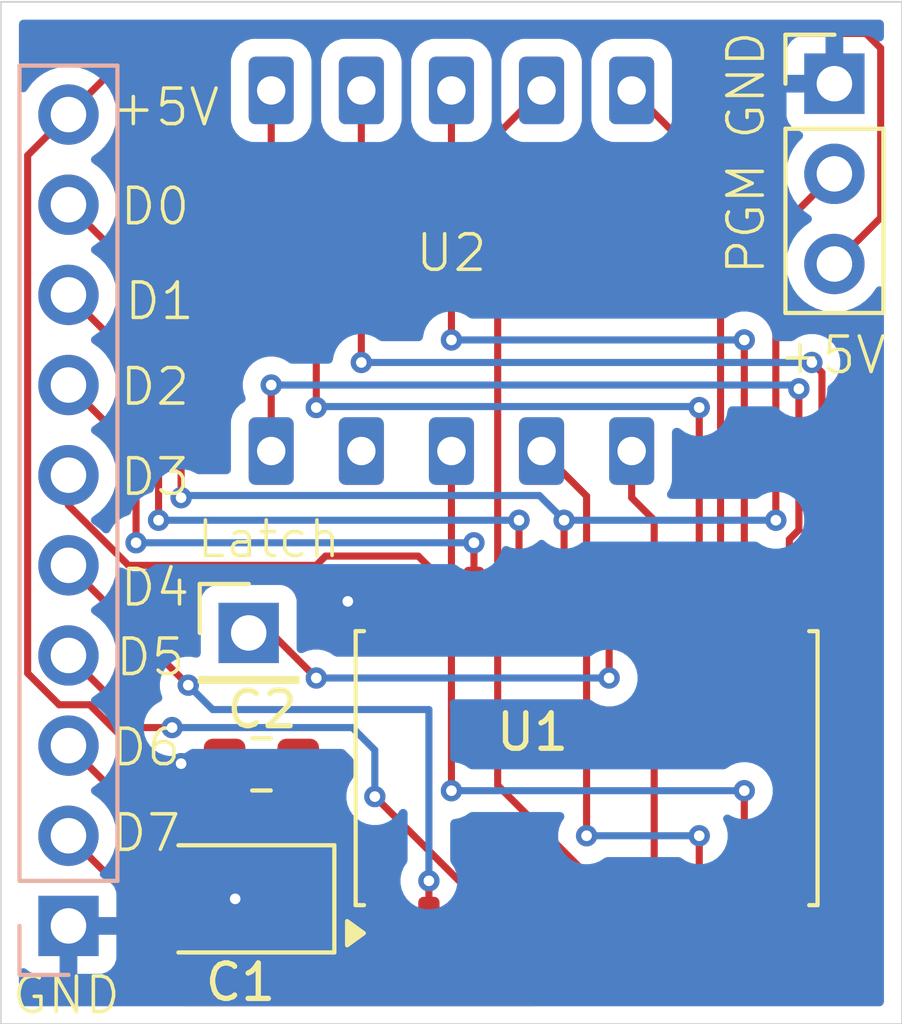
<source format=kicad_pcb>
(kicad_pcb (version 20241229) (generator "pcbnew") (generator_version "9.0")
  (title_block (title "8 bits to 2x 7 segment hex display") (date "2025-10-12") (rev "1.0") (company "ErrorSoft"))
  (layers (0 "F.Cu" signal) (2 "B.Cu" signal) (13 "F.Paste" user) (15 "B.Paste" user) (5 "F.SilkS" user "F.Silkscreen") (7 "B.SilkS" user "B.Silkscreen") (1 "F.Mask" user) (3 "B.Mask" user) (25 "Edge.Cuts" user))
  (net 0 "")
  (net 1 "+5V")
  (net 2 "GND")
  (net 3 "/DS3")
  (net 4 "/DS0")
  (net 5 "/DS2")
  (net 6 "/DS6")
  (net 7 "/DS4")
  (net 8 "/DS8")
  (net 9 "/DS5")
  (net 10 "/DS7")
  (net 11 "/DS1")
  (net 13 "/~{latch}")
  (net 14 "/D0")
  (net 15 "/D7")
  (net 16 "/D1")
  (net 17 "/D4")
  (net 18 "/D6")
  (net 19 "/D2")
  (net 20 "/D3")
  (net 21 "/D5")
  (footprint "Package_SO:SOIC-20W_7.5x12.8mm_P1.27mm" (layer "F.Cu") (at 143.51 100.965 90)
    (property "Reference" "U1" (at 1.016 -1.524 180) (layer "F.SilkS"))
    (property "Value" "ATtiny1616-S")
    (fp_line (start 3.86 -6.51) (end 3.86 -6.275) (stroke (width 0.12)) (layer "F.SilkS"))
    (fp_line (start -3.86 -6.51) (end 3.86 -6.51) (stroke (width 0.12)) (layer "F.SilkS"))
    (fp_line (start -3.86 -6.275) (end -3.86 -6.51) (stroke (width 0.12)) (layer "F.SilkS"))
    (fp_line (start 3.86 6.275) (end 3.86 6.51) (stroke (width 0.12)) (layer "F.SilkS"))
    (fp_line (start 3.86 6.51) (end -3.86 6.51) (stroke (width 0.12)) (layer "F.SilkS"))
    (fp_line (start -3.86 6.51) (end -3.86 6.275) (stroke (width 0.12)) (layer "F.SilkS"))
    (fp_poly (pts (xy -4.65 -6.28) (xy -4.99 -6.75) (xy -4.31 -6.75)) (stroke (width 0.12)) (fill yes) (layer "F.SilkS"))
    (pad "1" smd roundrect (at -4.65 -5.715 90) (size 2.05 0.6) (layers "F.Cu" "F.Mask" "F.Paste") (net 1 "+5V"))
    (pad "2" smd roundrect (at -4.65 -4.445 90) (size 2.05 0.6) (layers "F.Cu" "F.Mask" "F.Paste") (net 17 "/D4"))
    (pad "3" smd roundrect (at -4.65 -3.175 90) (size 2.05 0.6) (layers "F.Cu" "F.Mask" "F.Paste") (net 21 "/D5"))
    (pad "4" smd roundrect (at -4.65 -1.905 90) (size 2.05 0.6) (layers "F.Cu" "F.Mask" "F.Paste") (net 18 "/D6"))
    (pad "5" smd roundrect (at -4.65 -0.635 90) (size 2.05 0.6) (layers "F.Cu" "F.Mask" "F.Paste") (net 15 "/D7"))
    (pad "6" smd roundrect (at -4.65 0.635 90) (size 2.05 0.6) (layers "F.Cu" "F.Mask" "F.Paste") (net 9 "/DS5"))
    (pad "7" smd roundrect (at -4.65 1.905 90) (size 2.05 0.6) (layers "F.Cu" "F.Mask" "F.Paste") (net 7 "/DS4"))
    (pad "8" smd roundrect (at -4.65 3.175 90) (size 2.05 0.6) (layers "F.Cu" "F.Mask" "F.Paste") (net 3 "/DS3"))
    (pad "9" smd roundrect (at -4.65 4.445 90) (size 2.05 0.6) (layers "F.Cu" "F.Mask" "F.Paste") (net 5 "/DS2"))
    (pad "10" smd roundrect (at -4.65 5.715 90) (size 2.05 0.6) (layers "F.Cu" "F.Mask" "F.Paste") (net 11 "/DS1"))
    (pad "11" smd roundrect (at 4.65 5.715 90) (size 2.05 0.6) (layers "F.Cu" "F.Mask" "F.Paste") (net 4 "/DS0"))
    (pad "12" smd roundrect (at 4.65 4.445 90) (size 2.05 0.6) (layers "F.Cu" "F.Mask" "F.Paste") (net 6 "/DS6"))
    (pad "13" smd roundrect (at 4.65 3.175 90) (size 2.05 0.6) (layers "F.Cu" "F.Mask" "F.Paste") (net 10 "/DS7"))
    (pad "14" smd roundrect (at 4.65 1.905 90) (size 2.05 0.6) (layers "F.Cu" "F.Mask" "F.Paste") (net 8 "/DS8"))
    (pad "15" smd roundrect (at 4.65 0.635 90) (size 2.05 0.6) (layers "F.Cu" "F.Mask" "F.Paste") (net 13 "/~{latch}"))
    (pad "16" smd roundrect (at 4.65 -0.635 90) (size 2.05 0.6) (layers "F.Cu" "F.Mask" "F.Paste") (net 14 "/D0"))
    (pad "17" smd roundrect (at 4.65 -1.905 90) (size 2.05 0.6) (layers "F.Cu" "F.Mask" "F.Paste") (net 16 "/D1"))
    (pad "18" smd roundrect (at 4.65 -3.175 90) (size 2.05 0.6) (layers "F.Cu" "F.Mask" "F.Paste") (net 19 "/D2"))
    (pad "19" smd roundrect (at 4.65 -4.445 90) (size 2.05 0.6) (layers "F.Cu" "F.Mask" "F.Paste") (net 20 "/D3"))
    (pad "20" smd roundrect (at 4.65 -5.715 90) (size 2.05 0.6) (layers "F.Cu" "F.Mask" "F.Paste") (net 2 "GND"))
  )
  (footprint "frits:HSN-3621" (layer "F.Cu") (at 139.7 86.95)
    (property "Reference" "U2" (at 0 -0.5 0) (layer "F.SilkS") (effects (font (thickness 0.1))))
    (property "Value" "HSN-3621")
    (pad "1" thru_hole roundrect (at -5.08 5.08 90) (size 1.905 1.27) (drill 0.8) (layers "*.Cu" "*.Mask") (roundrect_rratio 0.15) (net 4 "/DS0"))
    (pad "2" thru_hole roundrect (at -2.54 5.08 90) (size 1.905 1.27) (drill 0.8) (layers "*.Cu" "*.Mask") (roundrect_rratio 0.15))
    (pad "3" thru_hole roundrect (at 0 5.08 90) (size 1.905 1.27) (drill 0.8) (layers "*.Cu" "*.Mask") (roundrect_rratio 0.15) (net 5 "/DS2"))
    (pad "4" thru_hole roundrect (at 2.54 5.08 90) (size 1.905 1.27) (drill 0.8) (layers "*.Cu" "*.Mask") (roundrect_rratio 0.15) (net 3 "/DS3"))
    (pad "5" thru_hole roundrect (at 5.08 5.08 90) (size 1.905 1.27) (drill 0.8) (layers "*.Cu" "*.Mask") (roundrect_rratio 0.15) (net 8 "/DS8"))
    (pad "6" thru_hole roundrect (at 5.08 -5.08 90) (size 1.905 1.27) (drill 0.8) (layers "*.Cu" "*.Mask") (roundrect_rratio 0.15) (net 7 "/DS4"))
    (pad "7" thru_hole roundrect (at 2.54 -5.08 90) (size 1.905 1.27) (drill 0.8) (layers "*.Cu" "*.Mask") (roundrect_rratio 0.15) (net 9 "/DS5"))
    (pad "8" thru_hole roundrect (at 0 -5.08 90) (size 1.905 1.27) (drill 0.8) (layers "*.Cu" "*.Mask") (roundrect_rratio 0.15) (net 6 "/DS6"))
    (pad "9" thru_hole roundrect (at -2.54 -5.08 90) (size 1.905 1.27) (drill 0.8) (layers "*.Cu" "*.Mask") (roundrect_rratio 0.15) (net 11 "/DS1"))
    (pad "10" thru_hole roundrect (at -5.08 -5.08 90) (size 1.905 1.27) (drill 0.8) (layers "*.Cu" "*.Mask") (roundrect_rratio 0.15) (net 10 "/DS7"))
  )
  (footprint "Connector_PinHeader_2.54mm:PinHeader_1x03_P2.54mm_Vertical" (layer "F.Cu") (at 150.495 81.68)
    (property "Reference" "J3" (hide yes))
    (property "Value" "PGM")
    (fp_line (start -1.38 -1.38) (end 0 -1.38) (stroke (width 0.12)) (layer "F.SilkS"))
    (fp_line (start -1.38 0) (end -1.38 -1.38) (stroke (width 0.12)) (layer "F.SilkS"))
    (fp_line (start -1.38 1.27) (end -1.38 6.46) (stroke (width 0.12)) (layer "F.SilkS"))
    (fp_line (start -1.38 1.27) (end 1.38 1.27) (stroke (width 0.12)) (layer "F.SilkS"))
    (fp_line (start -1.38 6.46) (end 1.38 6.46) (stroke (width 0.12)) (layer "F.SilkS"))
    (fp_line (start 1.38 1.27) (end 1.38 6.46) (stroke (width 0.12)) (layer "F.SilkS"))
    (pad "1" thru_hole rect (at 0 0) (size 1.7 1.7) (drill 1) (layers "*.Cu" "*.Mask") (net 2 "GND"))
    (pad "2" thru_hole circle (at 0 2.54) (size 1.7 1.7) (drill 1) (layers "*.Cu" "*.Mask") (net 14 "/D0"))
    (pad "3" thru_hole circle (at 0 5.08) (size 1.7 1.7) (drill 1) (layers "*.Cu" "*.Mask") (net 1 "+5V"))
  )
  (footprint "Capacitor_SMD:C_0805_2012Metric_Pad1.18x1.45mm_HandSolder" (layer "F.Cu") (at 134.3445 100.8595 180)
    (property "Reference" "C2" (at -0.0215 1.5455 0) (layer "F.SilkS"))
    (property "Value" "100nF")
    (fp_line (start -0.261252 0.735) (end 0.261252 0.735) (stroke (width 0.12)) (layer "F.SilkS"))
    (fp_line (start -0.261252 -0.735) (end 0.261252 -0.735) (stroke (width 0.12)) (layer "F.SilkS"))
    (pad "1" smd roundrect (at -1.0375 0 180) (size 1.175 1.45) (layers "F.Cu" "F.Mask" "F.Paste") (roundrect_rratio 0.212766) (net 1 "+5V"))
    (pad "2" smd roundrect (at 1.0375 0 180) (size 1.175 1.45) (layers "F.Cu" "F.Mask" "F.Paste") (roundrect_rratio 0.212766) (net 2 "GND"))
  )
  (footprint "Capacitor_Tantalum_SMD:CP_EIA-3528-12_Kemet-T_HandSolder" (layer "F.Cu") (at 133.7545 104.648 180)
    (property "Reference" "C1" (at 0 -2.35 0) (layer "F.SilkS"))
    (property "Value" "10uF")
    (fp_line (start 1.75 -1.51) (end -2.645 -1.51) (stroke (width 0.12)) (layer "F.SilkS"))
    (fp_line (start -2.645 1.51) (end 1.75 1.51) (stroke (width 0.12)) (layer "F.SilkS"))
    (fp_line (start -2.645 -1.51) (end -2.645 1.51) (stroke (width 0.12)) (layer "F.SilkS"))
    (pad "1" smd roundrect (at -1.6275 0 180) (size 1.515 2.39) (layers "F.Cu" "F.Mask" "F.Paste") (roundrect_rratio 0.165017) (net 1 "+5V"))
    (pad "2" smd roundrect (at 1.6275 0 180) (size 1.515 2.39) (layers "F.Cu" "F.Mask" "F.Paste") (roundrect_rratio 0.165017) (net 2 "GND"))
  )
  (footprint "Connector_PinHeader_2.54mm:PinHeader_1x01_P2.54mm_Vertical" (layer "F.Cu") (at 133.985 97.155)
    (property "Reference" "J1" (hide yes))
    (property "Value" "latch")
    (fp_line (start -1.38 -1.38) (end 0 -1.38) (stroke (width 0.12)) (layer "F.SilkS"))
    (fp_line (start -1.38 0) (end -1.38 -1.38) (stroke (width 0.12)) (layer "F.SilkS"))
    (fp_line (start -1.38 1.27) (end -1.38 1.38) (stroke (width 0.12)) (layer "F.SilkS"))
    (fp_line (start -1.38 1.27) (end 1.38 1.27) (stroke (width 0.12)) (layer "F.SilkS"))
    (fp_line (start -1.38 1.38) (end 1.38 1.38) (stroke (width 0.12)) (layer "F.SilkS"))
    (fp_line (start 1.38 1.27) (end 1.38 1.38) (stroke (width 0.12)) (layer "F.SilkS"))
    (pad "1" thru_hole rect (at 0 0) (size 1.7 1.7) (drill 1) (layers "*.Cu" "*.Mask") (net 13 "/~{latch}"))
  )
  (footprint "Connector_PinHeader_2.54mm:PinHeader_1x10_P2.54mm_Vertical" (layer "B.Cu") (at 128.905 105.41)
    (property "Reference" "J4" (hide yes))
    (property "Value" "bus")
    (fp_line (start -1.38 -24.24) (end 1.38 -24.24) (stroke (width 0.12)) (layer "B.SilkS"))
    (fp_line (start -1.38 -1.27) (end -1.38 -24.24) (stroke (width 0.12)) (layer "B.SilkS"))
    (fp_line (start -1.38 -1.27) (end 1.38 -1.27) (stroke (width 0.12)) (layer "B.SilkS"))
    (fp_line (start -1.38 0) (end -1.38 1.38) (stroke (width 0.12)) (layer "B.SilkS"))
    (fp_line (start -1.38 1.38) (end 0 1.38) (stroke (width 0.12)) (layer "B.SilkS"))
    (fp_line (start 1.38 -1.27) (end 1.38 -24.24) (stroke (width 0.12)) (layer "B.SilkS"))
    (pad "1" thru_hole rect (at 0 0) (size 1.7 1.7) (drill 1) (layers "*.Cu" "*.Mask") (net 2 "GND"))
    (pad "2" thru_hole circle (at 0 -2.54) (size 1.7 1.7) (drill 1) (layers "*.Cu" "*.Mask") (net 15 "/D7"))
    (pad "3" thru_hole circle (at 0 -5.08) (size 1.7 1.7) (drill 1) (layers "*.Cu" "*.Mask") (net 18 "/D6"))
    (pad "4" thru_hole circle (at 0 -7.62) (size 1.7 1.7) (drill 1) (layers "*.Cu" "*.Mask") (net 21 "/D5"))
    (pad "5" thru_hole circle (at 0 -10.16) (size 1.7 1.7) (drill 1) (layers "*.Cu" "*.Mask") (net 17 "/D4"))
    (pad "6" thru_hole circle (at 0 -12.7) (size 1.7 1.7) (drill 1) (layers "*.Cu" "*.Mask") (net 20 "/D3"))
    (pad "7" thru_hole circle (at 0 -15.24) (size 1.7 1.7) (drill 1) (layers "*.Cu" "*.Mask") (net 19 "/D2"))
    (pad "8" thru_hole circle (at 0 -17.78) (size 1.7 1.7) (drill 1) (layers "*.Cu" "*.Mask") (net 16 "/D1"))
    (pad "9" thru_hole circle (at 0 -20.32) (size 1.7 1.7) (drill 1) (layers "*.Cu" "*.Mask") (net 14 "/D0"))
    (pad "10" thru_hole circle (at 0 -22.86) (size 1.7 1.7) (drill 1) (layers "*.Cu" "*.Mask") (net 1 "+5V"))
  )
  (gr_rect (start 127 79.375) (end 152.4 108.175) (stroke (width 0.05)) (fill no) (layer "Edge.Cuts"))
  (gr_text "D4" (at 130.302 96.465 0) (layer "F.SilkS") (effects (font (size 1 1) (thickness 0.1)) (justify left bottom)))
  (gr_text "D0" (at 130.302 85.725 0) (layer "F.SilkS") (effects (font (size 1 1) (thickness 0.1)) (justify left bottom)))
  (gr_text "D2" (at 130.302 90.805 0) (layer "F.SilkS") (effects (font (size 1 1) (thickness 0.1)) (justify left bottom)))
  (gr_text "+5V" (at 148.844 89.916 0) (layer "F.SilkS") (effects (font (size 1 1) (thickness 0.1)) (justify left bottom)))
  (gr_text "D7" (at 130.048 103.378 0) (layer "F.SilkS") (effects (font (size 1 1) (thickness 0.1)) (justify left bottom)))
  (gr_text "Latch" (at 132.461 95.0976 0) (layer "F.SilkS") (effects (font (size 1 1) (thickness 0.1)) (justify left bottom)))
  (gr_text "GND" (at 148.59 83.312 90) (layer "F.SilkS") (effects (font (size 1 1) (thickness 0.1)) (justify left bottom)))
  (gr_text "GND" (at 127.254 107.95 0) (layer "F.SilkS") (effects (font (size 1 1) (thickness 0.1)) (justify left bottom)))
  (gr_text "D5" (at 130.175 98.425 0) (layer "F.SilkS") (effects (font (size 1 1) (thickness 0.1)) (justify left bottom)))
  (gr_text "D1" (at 130.429 88.392 0) (layer "F.SilkS") (effects (font (size 1 1) (thickness 0.1)) (justify left bottom)))
  (gr_text "PGM" (at 148.59 87.122 90) (layer "F.SilkS") (effects (font (size 1 1) (thickness 0.1)) (justify left bottom)))
  (gr_text "+5V" (at 130.048 82.931 0) (layer "F.SilkS") (effects (font (size 1 1) (thickness 0.1)) (justify left bottom)))
  (gr_text "D6" (at 130.048 100.965 0) (layer "F.SilkS") (effects (font (size 1 1) (thickness 0.1)) (justify left bottom)))
  (gr_text "D3" (at 130.302 93.345 0) (layer "F.SilkS") (effects (font (size 1 1) (thickness 0.1)) (justify left bottom)))
  (segment (start 128.905 82.55) (end 127.754 83.701) (width 0.2) (layer "F.Cu") (net 1))
  (segment (start 151.799 85.456) (end 150.495 86.76) (width 0.2) (layer "F.Cu") (net 1))
  (segment (start 128.643 99.179) (end 129.50314 99.179) (width 0.2) (layer "F.Cu") (net 1))
  (segment (start 131.191 80.264) (end 151.384 80.264) (width 0.2) (layer "F.Cu") (net 1))
  (segment (start 132.68614 102.362) (end 135.382 102.362) (width 0.2) (layer "F.Cu") (net 1))
  (segment (start 135.382 102.362) (end 135.382 104.648) (width 0.2) (layer "F.Cu") (net 1))
  (segment (start 151.799 80.679) (end 151.799 85.456) (width 0.2) (layer "F.Cu") (net 1))
  (segment (start 128.905 82.55) (end 131.191 80.264) (width 0.2) (layer "F.Cu") (net 1))
  (segment (start 129.50314 99.179) (end 132.68614 102.362) (width 0.2) (layer "F.Cu") (net 1))
  (segment (start 136.828 104.648) (end 135.382 104.648) (width 0.2) (layer "F.Cu") (net 1))
  (segment (start 135.382 100.8595) (end 135.382 102.362) (width 0.2) (layer "F.Cu") (net 1))
  (segment (start 151.384 80.264) (end 151.799 80.679) (width 0.2) (layer "F.Cu") (net 1))
  (segment (start 137.795 105.615) (end 136.828 104.648) (width 0.2) (layer "F.Cu") (net 1))
  (segment (start 127.754 98.29) (end 128.643 99.179) (width 0.2) (layer "F.Cu") (net 1))
  (segment (start 127.754 83.701) (end 127.754 98.29) (width 0.2) (layer "F.Cu") (net 1))
  (segment (start 137.795 96.315) (end 136.828 96.315) (width 0.2) (layer "F.Cu") (net 2))
  (segment (start 132.127 104.648) (end 133.604 104.648) (width 0.2) (layer "F.Cu") (net 2))
  (segment (start 132.1015 100.8595) (end 132.08 100.838) (width 0.2) (layer "F.Cu") (net 2))
  (segment (start 133.307 100.8595) (end 132.1015 100.8595) (width 0.2) (layer "F.Cu") (net 2))
  (segment (start 136.828 96.315) (end 136.779 96.266) (width 0.2) (layer "F.Cu") (net 2))
  (via (at 132.08 100.838) (size 0.6) (drill 0.3) (layers "F.Cu" "B.Cu") (net 2))
  (via (at 133.604 104.648) (size 0.6) (drill 0.3) (layers "F.Cu" "B.Cu") (net 2))
  (via (at 136.779 96.266) (size 0.6) (drill 0.3) (layers "F.Cu" "B.Cu") (net 2))
  (segment (start 142.24 92.03) (end 143.51 93.3) (width 0.2) (layer "F.Cu") (net 3))
  (segment (start 143.51 93.3) (end 143.51 102.87) (width 0.2) (layer "F.Cu") (net 3))
  (segment (start 146.685 102.87) (end 146.685 105.615) (width 0.2) (layer "F.Cu") (net 3))
  (via (at 143.51 102.87) (size 0.6) (drill 0.3) (layers "F.Cu" "B.Cu") (net 3))
  (via (at 146.685 102.87) (size 0.6) (drill 0.3) (layers "F.Cu" "B.Cu") (net 3))
  (segment (start 143.51 102.87) (end 146.685 102.87) (width 0.2) (layer "B.Cu") (net 3))
  (segment (start 149.225 96.315) (end 149.225 94.518239) (width 0.2) (layer "F.Cu") (net 4))
  (segment (start 134.62 92.03) (end 134.62 90.17) (width 0.2) (layer "F.Cu") (net 4))
  (segment (start 149.494 94.249239) (end 149.494 90.276555) (width 0.2) (layer "F.Cu") (net 4))
  (segment (start 149.225 94.518239) (end 149.494 94.249239) (width 0.2) (layer "F.Cu") (net 4))
  (via (at 134.62 90.17) (size 0.6) (drill 0.3) (layers "F.Cu" "B.Cu") (net 4))
  (via (at 149.494 90.276555) (size 0.6) (drill 0.3) (layers "F.Cu" "B.Cu") (net 4))
  (segment (start 134.62 90.17) (end 149.387445 90.17) (width 0.2) (layer "B.Cu") (net 4))
  (segment (start 149.387445 90.17) (end 149.494 90.276555) (width 0.2) (layer "B.Cu") (net 4))
  (segment (start 147.955 101.6) (end 147.955 105.615) (width 0.2) (layer "F.Cu") (net 5))
  (segment (start 139.7 92.03) (end 139.7 101.6) (width 0.2) (layer "F.Cu") (net 5))
  (via (at 139.7 101.6) (size 0.6) (drill 0.3) (layers "F.Cu" "B.Cu") (net 5))
  (via (at 147.955 101.6) (size 0.6) (drill 0.3) (layers "F.Cu" "B.Cu") (net 5))
  (segment (start 139.7 101.6) (end 147.955 101.6) (width 0.2) (layer "B.Cu") (net 5))
  (segment (start 139.7 81.87) (end 139.7 88.9) (width 0.2) (layer "F.Cu") (net 6))
  (segment (start 147.955 88.9) (end 147.955 96.315) (width 0.2) (layer "F.Cu") (net 6))
  (via (at 139.7 88.9) (size 0.6) (drill 0.3) (layers "F.Cu" "B.Cu") (net 6))
  (via (at 147.955 88.9) (size 0.6) (drill 0.3) (layers "F.Cu" "B.Cu") (net 6))
  (segment (start 139.7 88.9) (end 147.955 88.9) (width 0.2) (layer "B.Cu") (net 6))
  (segment (start 145.415 99.251968) (end 145.415 105.615) (width 0.2) (layer "F.Cu") (net 7))
  (segment (start 144.78 81.87) (end 147.286 84.376) (width 0.2) (layer "F.Cu") (net 7))
  (segment (start 147.286 97.380968) (end 145.415 99.251968) (width 0.2) (layer "F.Cu") (net 7))
  (segment (start 147.286 84.376) (end 147.286 97.380968) (width 0.2) (layer "F.Cu") (net 7))
  (segment (start 145.415 93.98) (end 145.415 96.315) (width 0.2) (layer "F.Cu") (net 8))
  (segment (start 144.78 93.345) (end 145.415 93.98) (width 0.2) (layer "F.Cu") (net 8))
  (segment (start 144.78 92.03) (end 144.78 93.345) (width 0.2) (layer "F.Cu") (net 8))
  (segment (start 144.145 104.590001) (end 144.145 105.615) (width 0.2) (layer "F.Cu") (net 9))
  (segment (start 141.004 101.449001) (end 144.145 104.590001) (width 0.2) (layer "F.Cu") (net 9))
  (segment (start 141.004 83.106) (end 141.004 101.449001) (width 0.2) (layer "F.Cu") (net 9))
  (segment (start 142.24 81.87) (end 141.004 83.106) (width 0.2) (layer "F.Cu") (net 9))
  (segment (start 146.685 90.805) (end 146.685 96.315) (width 0.2) (layer "F.Cu") (net 10))
  (segment (start 135.255 84.455) (end 135.89 85.09) (width 0.2) (layer "F.Cu") (net 10))
  (segment (start 134.62 81.87) (end 134.62 83.82) (width 0.2) (layer "F.Cu") (net 10))
  (segment (start 135.89 85.09) (end 135.89 90.805) (width 0.2) (layer "F.Cu") (net 10))
  (segment (start 134.62 83.82) (end 135.255 84.455) (width 0.2) (layer "F.Cu") (net 10))
  (via (at 146.685 90.805) (size 0.6) (drill 0.3) (layers "F.Cu" "B.Cu") (net 10))
  (via (at 135.89 90.805) (size 0.6) (drill 0.3) (layers "F.Cu" "B.Cu") (net 10))
  (segment (start 146.6565 90.7765) (end 146.685 90.805) (width 0.2) (layer "B.Cu") (net 10))
  (segment (start 135.89 90.805) (end 135.9185 90.7765) (width 0.2) (layer "B.Cu") (net 10))
  (segment (start 135.9185 90.7765) (end 146.6565 90.7765) (width 0.2) (layer "B.Cu") (net 10))
  (segment (start 149.86 89.535) (end 150.144 89.819) (width 0.2) (layer "F.Cu") (net 11))
  (segment (start 150.144 104.696) (end 149.225 105.615) (width 0.2) (layer "F.Cu") (net 11))
  (segment (start 137.16 81.87) (end 137.16 89.535) (width 0.2) (layer "F.Cu") (net 11))
  (segment (start 150.144 89.819) (end 150.144 104.696) (width 0.2) (layer "F.Cu") (net 11))
  (via (at 149.86 89.535) (size 0.6) (drill 0.3) (layers "F.Cu" "B.Cu") (net 11))
  (via (at 137.16 89.535) (size 0.6) (drill 0.3) (layers "F.Cu" "B.Cu") (net 11))
  (segment (start 137.16 89.535) (end 149.86 89.535) (width 0.2) (layer "B.Cu") (net 11))
  (segment (start 133.985 97.155) (end 134.62 97.155) (width 0.2) (layer "F.Cu") (net 13))
  (segment (start 144.145 98.425) (end 144.145 96.315) (width 0.2) (layer "F.Cu") (net 13))
  (segment (start 134.62 97.155) (end 135.89 98.425) (width 0.2) (layer "F.Cu") (net 13))
  (via (at 135.89 98.425) (size 0.6) (drill 0.3) (layers "F.Cu" "B.Cu") (net 13))
  (via (at 144.145 98.425) (size 0.6) (drill 0.3) (layers "F.Cu" "B.Cu") (net 13))
  (segment (start 135.89 98.425) (end 144.145 98.425) (width 0.2) (layer "B.Cu") (net 13))
  (segment (start 142.875 93.98) (end 142.875 96.315) (width 0.2) (layer "F.Cu") (net 14))
  (segment (start 150.495 84.22) (end 148.844 85.871) (width 0.2) (layer "F.Cu") (net 14))
  (segment (start 148.844 85.871) (end 148.844 93.98) (width 0.2) (layer "F.Cu") (net 14))
  (segment (start 128.905 85.09) (end 132.08 88.265) (width 0.2) (layer "F.Cu") (net 14))
  (segment (start 132.08 88.265) (end 132.08 93.345) (width 0.2) (layer "F.Cu") (net 14))
  (via (at 148.844 93.98) (size 0.6) (drill 0.3) (layers "F.Cu" "B.Cu") (net 14))
  (via (at 132.08 93.345) (size 0.6) (drill 0.3) (layers "F.Cu" "B.Cu") (net 14))
  (via (at 142.875 93.98) (size 0.6) (drill 0.3) (layers "F.Cu" "B.Cu") (net 14))
  (segment (start 132.08 93.345) (end 132.1415 93.2835) (width 0.2) (layer "B.Cu") (net 14))
  (segment (start 142.1785 93.2835) (end 142.875 93.98) (width 0.2) (layer "B.Cu") (net 14))
  (segment (start 132.1415 93.2835) (end 142.1785 93.2835) (width 0.2) (layer "B.Cu") (net 14))
  (segment (start 148.844 93.98) (end 142.875 93.98) (width 0.2) (layer "B.Cu") (net 14))
  (segment (start 142.875 106.639999) (end 142.875 105.615) (width 0.2) (layer "F.Cu") (net 15))
  (segment (start 128.905 102.87) (end 128.905 103.10616) (width 0.2) (layer "F.Cu") (net 15))
  (segment (start 130.556 104.521) (end 130.556 105.881345) (width 0.2) (layer "F.Cu") (net 15))
  (segment (start 128.905 102.87) (end 130.556 104.521) (width 0.2) (layer "F.Cu") (net 15))
  (segment (start 141.940999 107.574) (end 142.875 106.639999) (width 0.2) (layer "F.Cu") (net 15))
  (segment (start 132.248655 107.574) (end 141.940999 107.574) (width 0.2) (layer "F.Cu") (net 15))
  (segment (start 130.556 105.881345) (end 132.248655 107.574) (width 0.2) (layer "F.Cu") (net 15))
  (segment (start 131.445 90.17) (end 131.445 93.98) (width 0.2) (layer "F.Cu") (net 16))
  (segment (start 128.905 87.63) (end 131.445 90.17) (width 0.2) (layer "F.Cu") (net 16))
  (segment (start 141.605 93.98) (end 141.605 96.315) (width 0.2) (layer "F.Cu") (net 16))
  (via (at 141.605 93.98) (size 0.6) (drill 0.3) (layers "F.Cu" "B.Cu") (net 16))
  (via (at 131.445 93.98) (size 0.6) (drill 0.3) (layers "F.Cu" "B.Cu") (net 16))
  (segment (start 131.445 93.98) (end 141.605 93.98) (width 0.2) (layer "B.Cu") (net 16))
  (segment (start 139.065 104.14) (end 139.065 105.615) (width 0.2) (layer "F.Cu") (net 17))
  (segment (start 128.905 95.25) (end 132.282031 98.627029) (width 0.2) (layer "F.Cu") (net 17))
  (via (at 132.282031 98.627029) (size 0.6) (drill 0.3) (layers "F.Cu" "B.Cu") (net 17))
  (via (at 139.065 104.14) (size 0.6) (drill 0.3) (layers "F.Cu" "B.Cu") (net 17))
  (segment (start 139.065 99.314) (end 132.969002 99.314) (width 0.2) (layer "B.Cu") (net 17))
  (segment (start 139.065 104.14) (end 139.065 99.314) (width 0.2) (layer "B.Cu") (net 17))
  (segment (start 132.969002 99.314) (end 132.282031 98.627029) (width 0.2) (layer "B.Cu") (net 17))
  (segment (start 128.905 100.33) (end 131.064 102.489) (width 0.2) (layer "F.Cu") (net 18))
  (segment (start 141.605 106.639999) (end 141.605 105.615) (width 0.2) (layer "F.Cu") (net 18))
  (segment (start 132.18134 106.941) (end 141.303999 106.941) (width 0.2) (layer "F.Cu") (net 18))
  (segment (start 141.303999 106.941) (end 141.605 106.639999) (width 0.2) (layer "F.Cu") (net 18))
  (segment (start 131.064 102.489) (end 131.064 105.82366) (width 0.2) (layer "F.Cu") (net 18))
  (segment (start 131.064 105.82366) (end 132.18134 106.941) (width 0.2) (layer "F.Cu") (net 18))
  (segment (start 128.905 90.17) (end 130.81 92.075) (width 0.2) (layer "F.Cu") (net 19))
  (segment (start 140.335 94.615) (end 140.335 96.315) (width 0.2) (layer "F.Cu") (net 19))
  (segment (start 130.81 92.075) (end 130.81 94.615) (width 0.2) (layer "F.Cu") (net 19))
  (via (at 140.335 94.615) (size 0.6) (drill 0.3) (layers "F.Cu" "B.Cu") (net 19))
  (via (at 130.81 94.615) (size 0.6) (drill 0.3) (layers "F.Cu" "B.Cu") (net 19))
  (segment (start 130.81 94.615) (end 140.335 94.615) (width 0.2) (layer "B.Cu") (net 19))
  (segment (start 128.905 92.71) (end 128.905 93.559943) (width 0.2) (layer "F.Cu") (net 20))
  (segment (start 136.151 94.989) (end 138.763999 94.989) (width 0.2) (layer "F.Cu") (net 20))
  (segment (start 135.89 95.25) (end 136.151 94.989) (width 0.2) (layer "F.Cu") (net 20))
  (segment (start 130.595057 95.25) (end 135.89 95.25) (width 0.2) (layer "F.Cu") (net 20))
  (segment (start 128.905 93.559943) (end 130.595057 95.25) (width 0.2) (layer "F.Cu") (net 20))
  (segment (start 139.065 95.290001) (end 139.065 96.315) (width 0.2) (layer "F.Cu") (net 20))
  (segment (start 138.763999 94.989) (end 139.065 95.290001) (width 0.2) (layer "F.Cu") (net 20))
  (segment (start 131.826 99.822) (end 130.937 99.822) (width 0.2) (layer "F.Cu") (net 21))
  (segment (start 130.937 99.822) (end 128.905 97.79) (width 0.2) (layer "F.Cu") (net 21))
  (segment (start 137.540943 101.766) (end 140.335 104.560057) (width 0.2) (layer "F.Cu") (net 21))
  (segment (start 140.335 104.560057) (end 140.335 105.615) (width 0.2) (layer "F.Cu") (net 21))
  (via (at 137.540943 101.766) (size 0.6) (drill 0.3) (layers "F.Cu" "B.Cu") (net 21))
  (via (at 131.826 99.822) (size 0.6) (drill 0.3) (layers "F.Cu" "B.Cu") (net 21))
  (segment (start 136.906 99.822) (end 131.826 99.822) (width 0.2) (layer "B.Cu") (net 21))
  (segment (start 137.540943 100.456943) (end 136.906 99.822) (width 0.2) (layer "B.Cu") (net 21))
  (segment (start 137.540943 101.766) (end 137.540943 100.456943) (width 0.2) (layer "B.Cu") (net 21))
  (zone (net 2) (net_name "GND") (layer "B.Cu") (name "GND") (connect_pads (clearance 0.5)) (min_thickness 0.25) (fill yes (thermal_gap 0.5) (thermal_bridge_width 0.5))
    (polygon (pts (xy 127.508 79.756) (xy 151.892 79.756) (xy 151.892 107.696) (xy 127.508 107.696)))
  )
)
</source>
